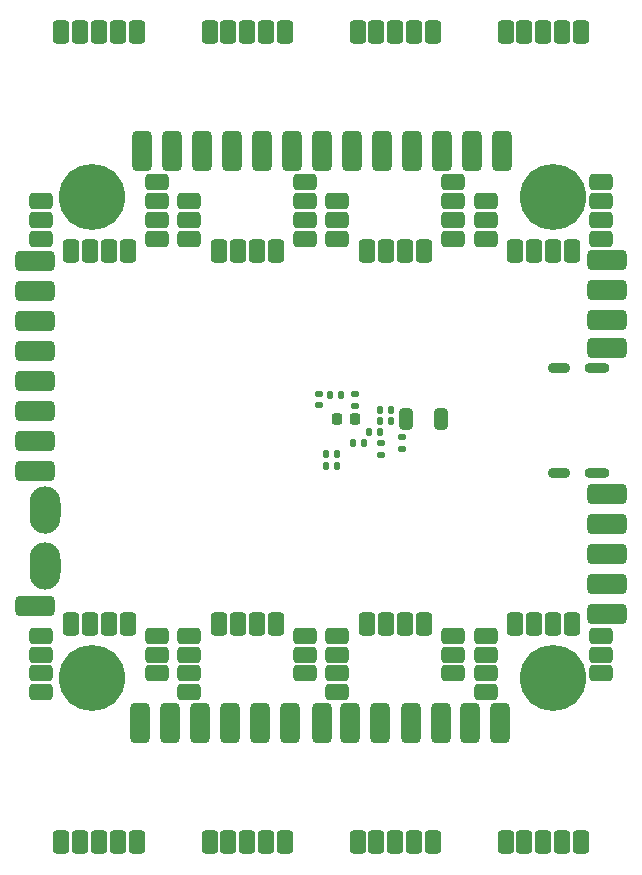
<source format=gbr>
%TF.GenerationSoftware,KiCad,Pcbnew,7.0.8*%
%TF.CreationDate,2024-02-20T09:26:03+00:00*%
%TF.ProjectId,CuttleBoard_8Layers,43757474-6c65-4426-9f61-72645f384c61,rev?*%
%TF.SameCoordinates,Original*%
%TF.FileFunction,Soldermask,Bot*%
%TF.FilePolarity,Negative*%
%FSLAX46Y46*%
G04 Gerber Fmt 4.6, Leading zero omitted, Abs format (unit mm)*
G04 Created by KiCad (PCBNEW 7.0.8) date 2024-02-20 09:26:03*
%MOMM*%
%LPD*%
G01*
G04 APERTURE LIST*
G04 Aperture macros list*
%AMRoundRect*
0 Rectangle with rounded corners*
0 $1 Rounding radius*
0 $2 $3 $4 $5 $6 $7 $8 $9 X,Y pos of 4 corners*
0 Add a 4 corners polygon primitive as box body*
4,1,4,$2,$3,$4,$5,$6,$7,$8,$9,$2,$3,0*
0 Add four circle primitives for the rounded corners*
1,1,$1+$1,$2,$3*
1,1,$1+$1,$4,$5*
1,1,$1+$1,$6,$7*
1,1,$1+$1,$8,$9*
0 Add four rect primitives between the rounded corners*
20,1,$1+$1,$2,$3,$4,$5,0*
20,1,$1+$1,$4,$5,$6,$7,0*
20,1,$1+$1,$6,$7,$8,$9,0*
20,1,$1+$1,$8,$9,$2,$3,0*%
G04 Aperture macros list end*
%ADD10RoundRect,0.140000X-0.170000X0.140000X-0.170000X-0.140000X0.170000X-0.140000X0.170000X0.140000X0*%
%ADD11RoundRect,0.425000X-0.425000X-1.275000X0.425000X-1.275000X0.425000X1.275000X-0.425000X1.275000X0*%
%ADD12RoundRect,0.425000X0.425000X1.275000X-0.425000X1.275000X-0.425000X-1.275000X0.425000X-1.275000X0*%
%ADD13C,5.600000*%
%ADD14RoundRect,0.425000X1.275000X-0.425000X1.275000X0.425000X-1.275000X0.425000X-1.275000X-0.425000X0*%
%ADD15RoundRect,0.425000X-1.275000X0.425000X-1.275000X-0.425000X1.275000X-0.425000X1.275000X0.425000X0*%
%ADD16C,0.500000*%
%ADD17O,2.600000X4.000000*%
%ADD18O,2.000000X3.000000*%
%ADD19O,2.108200X0.914400*%
%ADD20O,1.905000X0.914400*%
%ADD21RoundRect,0.350000X0.350000X-0.650000X0.350000X0.650000X-0.350000X0.650000X-0.350000X-0.650000X0*%
%ADD22RoundRect,0.350000X-0.650000X-0.350000X0.650000X-0.350000X0.650000X0.350000X-0.650000X0.350000X0*%
%ADD23RoundRect,0.350000X-0.350000X0.650000X-0.350000X-0.650000X0.350000X-0.650000X0.350000X0.650000X0*%
%ADD24RoundRect,0.140000X-0.140000X-0.170000X0.140000X-0.170000X0.140000X0.170000X-0.140000X0.170000X0*%
%ADD25RoundRect,0.350000X0.650000X0.350000X-0.650000X0.350000X-0.650000X-0.350000X0.650000X-0.350000X0*%
%ADD26RoundRect,0.218750X-0.218750X-0.256250X0.218750X-0.256250X0.218750X0.256250X-0.218750X0.256250X0*%
%ADD27RoundRect,0.140000X0.170000X-0.140000X0.170000X0.140000X-0.170000X0.140000X-0.170000X-0.140000X0*%
%ADD28RoundRect,0.140000X0.140000X0.170000X-0.140000X0.170000X-0.140000X-0.170000X0.140000X-0.170000X0*%
%ADD29RoundRect,0.250000X0.325000X0.650000X-0.325000X0.650000X-0.325000X-0.650000X0.325000X-0.650000X0*%
G04 APERTURE END LIST*
D10*
%TO.C,C33*%
X129320000Y-99960000D03*
X129320000Y-99000000D03*
%TD*%
D11*
%TO.C,5V*%
X135240000Y-74772600D03*
D12*
X135240000Y-74772800D03*
%TD*%
D13*
%TO.C,H4*%
X142100000Y-78700000D03*
%TD*%
D11*
%TO.C,GND*%
X127508000Y-123222100D03*
D12*
X127508000Y-123222300D03*
%TD*%
D14*
%TO.C,TP28*%
X98289800Y-101840000D03*
D15*
X98290000Y-101840000D03*
%TD*%
D14*
%TO.C,GND*%
X146699800Y-106380000D03*
D15*
X146700000Y-106380000D03*
%TD*%
D11*
%TO.C,12V*%
X107188000Y-123222100D03*
D12*
X107188000Y-123222300D03*
%TD*%
D11*
%TO.C,GND*%
X109728000Y-123222100D03*
D12*
X109728000Y-123222300D03*
%TD*%
D11*
%TO.C,TX*%
X124968000Y-123222100D03*
D12*
X124968000Y-123222300D03*
%TD*%
D11*
%TO.C,GND*%
X114808000Y-123222100D03*
D12*
X114808000Y-123222300D03*
%TD*%
D14*
%TO.C,5V*%
X146699800Y-103840000D03*
D15*
X146700000Y-103840000D03*
%TD*%
D11*
%TO.C,12V*%
X107300000Y-74765500D03*
D12*
X107300000Y-74765700D03*
%TD*%
D11*
%TO.C,SCL*%
X120000000Y-74778100D03*
D12*
X120000000Y-74778300D03*
%TD*%
D14*
%TO.C,CLK*%
X146702900Y-111460000D03*
D15*
X146703100Y-111460000D03*
%TD*%
D14*
%TO.C,GND*%
X98289800Y-86600000D03*
D15*
X98290000Y-86600000D03*
%TD*%
D11*
%TO.C,GND*%
X137780000Y-74782900D03*
D12*
X137780000Y-74783100D03*
%TD*%
D14*
%TO.C,IO*%
X146700000Y-114000000D03*
D15*
X146700200Y-114000000D03*
%TD*%
D14*
%TO.C,SCL*%
X98289800Y-96760000D03*
D15*
X98290000Y-96760000D03*
%TD*%
D16*
%TO.C,TP1*%
X99200000Y-111600000D03*
X99800000Y-111400000D03*
X98600000Y-111300000D03*
X98200000Y-110700000D03*
X98200000Y-110000000D03*
D17*
X99100000Y-109900000D03*
D18*
X99400000Y-109900000D03*
%TD*%
D11*
%TO.C,RX*%
X127620000Y-74772600D03*
D12*
X127620000Y-74772800D03*
%TD*%
D14*
%TO.C,SDA*%
X98289800Y-99300000D03*
D15*
X98290000Y-99300000D03*
%TD*%
D14*
%TO.C,RX*%
X98289800Y-89140000D03*
D15*
X98290000Y-89140000D03*
%TD*%
D11*
%TO.C,RX*%
X130050000Y-123220000D03*
D12*
X130050000Y-123220200D03*
%TD*%
D14*
%TO.C,NRST*%
X146699800Y-108920000D03*
D15*
X146700000Y-108920000D03*
%TD*%
D11*
%TO.C,GND*%
X132700000Y-74772600D03*
D12*
X132700000Y-74772800D03*
%TD*%
D19*
%TO.C,J1*%
X145847200Y-93150000D03*
X145847200Y-102050000D03*
D20*
X142647199Y-93150000D03*
X142647199Y-102050000D03*
%TD*%
D14*
%TO.C,SDA*%
X146706000Y-86495000D03*
D15*
X146706200Y-86495000D03*
%TD*%
D11*
%TO.C,5V*%
X137668000Y-123216400D03*
D12*
X137668000Y-123216600D03*
%TD*%
D13*
%TO.C,H3*%
X103100000Y-78700000D03*
%TD*%
D16*
%TO.C,TP2*%
X99200000Y-106900000D03*
X99800000Y-106700000D03*
X98600000Y-106600000D03*
X98200000Y-106000000D03*
X98200000Y-105300000D03*
D17*
X99100000Y-105200000D03*
D18*
X99400000Y-105200000D03*
%TD*%
D11*
%TO.C,GND*%
X119888000Y-123222100D03*
D12*
X119888000Y-123222300D03*
%TD*%
D14*
%TO.C,TP29*%
X98289800Y-94220000D03*
D15*
X98290000Y-94220000D03*
%TD*%
D11*
%TO.C,RX*%
X122521800Y-123222100D03*
D12*
X122521800Y-123222300D03*
%TD*%
D14*
%TO.C,TX*%
X98289800Y-91680000D03*
D15*
X98290000Y-91680000D03*
%TD*%
D11*
%TO.C,3.3V*%
X117348000Y-123222100D03*
D12*
X117348000Y-123222300D03*
%TD*%
D11*
%TO.C,GND*%
X125080000Y-74779300D03*
D12*
X125080000Y-74779500D03*
%TD*%
D13*
%TO.C,H2*%
X103100000Y-119400000D03*
%TD*%
D14*
%TO.C,SCL*%
X146706000Y-89035000D03*
D15*
X146706200Y-89035000D03*
%TD*%
%TO.C,GND*%
X146710200Y-91440000D03*
D14*
X146710000Y-91440000D03*
%TD*%
D11*
%TO.C,GND*%
X117460000Y-74771400D03*
D12*
X117460000Y-74771600D03*
%TD*%
D11*
%TO.C,SDA*%
X122540000Y-74778100D03*
D12*
X122540000Y-74778300D03*
%TD*%
D11*
%TO.C,3.3V*%
X112380000Y-74765500D03*
D12*
X112380000Y-74765700D03*
%TD*%
D11*
%TO.C,3.3V*%
X114920000Y-74765500D03*
D12*
X114920000Y-74765700D03*
%TD*%
D14*
%TO.C,3.3V*%
X98289800Y-84060000D03*
D15*
X98290000Y-84060000D03*
%TD*%
D11*
%TO.C,TX*%
X132590000Y-123220000D03*
D12*
X132590000Y-123220200D03*
%TD*%
D14*
%TO.C,GND*%
X98289800Y-113300000D03*
D15*
X98290000Y-113300000D03*
%TD*%
D14*
%TO.C,GND*%
X146702900Y-83960000D03*
D15*
X146703100Y-83960000D03*
%TD*%
D11*
%TO.C,3.3V*%
X112268000Y-123222100D03*
D12*
X112268000Y-123222300D03*
%TD*%
D11*
%TO.C,GND*%
X135128000Y-123216400D03*
D12*
X135128000Y-123216600D03*
%TD*%
D13*
%TO.C,H1*%
X142100000Y-119400000D03*
%TD*%
D11*
%TO.C,TX*%
X130160000Y-74766700D03*
D12*
X130160000Y-74766900D03*
%TD*%
D11*
%TO.C,GND*%
X109840000Y-74765500D03*
D12*
X109840000Y-74765700D03*
%TD*%
D21*
%TO.C,U12*%
X118633333Y-114800000D03*
X117033333Y-114800000D03*
X115433333Y-114800000D03*
X113833333Y-114800000D03*
D22*
X111333333Y-115800000D03*
X111333333Y-117400000D03*
X111333333Y-119000000D03*
X111333333Y-120600000D03*
D23*
X113033333Y-133300000D03*
X114633333Y-133300000D03*
X116233333Y-133300000D03*
X117833333Y-133300000D03*
X119433333Y-133300000D03*
D22*
X121133333Y-119000000D03*
X121133333Y-117400000D03*
X121133333Y-115800000D03*
%TD*%
D10*
%TO.C,C22*%
X127570000Y-100480000D03*
X127570000Y-99520000D03*
%TD*%
D24*
%TO.C,C21*%
X127460000Y-96720000D03*
X128420000Y-96720000D03*
%TD*%
%TO.C,C31*%
X122870000Y-101450000D03*
X123830000Y-101450000D03*
%TD*%
D23*
%TO.C,U8*%
X113833333Y-83200000D03*
X115433333Y-83200000D03*
X117033333Y-83200000D03*
X118633333Y-83200000D03*
D25*
X121133333Y-82200000D03*
X121133333Y-80600000D03*
X121133333Y-79000000D03*
X121133333Y-77400000D03*
D21*
X119433333Y-64700000D03*
X117833333Y-64700000D03*
X116233333Y-64700000D03*
X114633333Y-64700000D03*
X113033333Y-64700000D03*
D25*
X111333333Y-79000000D03*
X111333333Y-80600000D03*
X111333333Y-82200000D03*
%TD*%
D24*
%TO.C,C35*%
X126510000Y-98530000D03*
X127470000Y-98530000D03*
%TD*%
D21*
%TO.C,U13*%
X106100000Y-114800000D03*
X104500000Y-114800000D03*
X102900000Y-114800000D03*
X101300000Y-114800000D03*
D22*
X98800000Y-115800000D03*
X98800000Y-117400000D03*
X98800000Y-119000000D03*
X98800000Y-120600000D03*
D23*
X100500000Y-133300000D03*
X102100000Y-133300000D03*
X103700000Y-133300000D03*
X105300000Y-133300000D03*
X106900000Y-133300000D03*
D22*
X108600000Y-119000000D03*
X108600000Y-117400000D03*
X108600000Y-115800000D03*
%TD*%
D21*
%TO.C,U11*%
X131166666Y-114800000D03*
X129566666Y-114800000D03*
X127966666Y-114800000D03*
X126366666Y-114800000D03*
D22*
X123866666Y-115800000D03*
X123866666Y-117400000D03*
X123866666Y-119000000D03*
X123866666Y-120600000D03*
D23*
X125566666Y-133300000D03*
X127166666Y-133300000D03*
X128766666Y-133300000D03*
X130366666Y-133300000D03*
X131966666Y-133300000D03*
D22*
X133666666Y-119000000D03*
X133666666Y-117400000D03*
X133666666Y-115800000D03*
%TD*%
D26*
%TO.C,L3*%
X125387500Y-97490000D03*
X123812500Y-97490000D03*
%TD*%
D27*
%TO.C,C23*%
X125314200Y-96330000D03*
X125314200Y-95370000D03*
%TD*%
D24*
%TO.C,C36*%
X122870000Y-100450000D03*
X123830000Y-100450000D03*
%TD*%
%TO.C,C37*%
X127430000Y-97590000D03*
X128390000Y-97590000D03*
%TD*%
D23*
%TO.C,U5*%
X138900000Y-83200000D03*
X140500000Y-83200000D03*
X142100000Y-83200000D03*
X143700000Y-83200000D03*
D25*
X146200000Y-82200000D03*
X146200000Y-80600000D03*
X146200000Y-79000000D03*
X146200000Y-77400000D03*
D21*
X144500000Y-64700000D03*
X142900000Y-64700000D03*
X141300000Y-64700000D03*
X139700000Y-64700000D03*
X138100000Y-64700000D03*
D25*
X136400000Y-79000000D03*
X136400000Y-80600000D03*
X136400000Y-82200000D03*
%TD*%
D28*
%TO.C,C32*%
X126100000Y-99450000D03*
X125140000Y-99450000D03*
%TD*%
D27*
%TO.C,C34*%
X122300000Y-96310000D03*
X122300000Y-95350000D03*
%TD*%
D29*
%TO.C,C48*%
X132625000Y-97420000D03*
X129675000Y-97420000D03*
%TD*%
D23*
%TO.C,U6*%
X126366666Y-83200000D03*
X127966666Y-83200000D03*
X129566666Y-83200000D03*
X131166666Y-83200000D03*
D25*
X133666666Y-82200000D03*
X133666666Y-80600000D03*
X133666666Y-79000000D03*
X133666666Y-77400000D03*
D21*
X131966666Y-64700000D03*
X130366666Y-64700000D03*
X128766666Y-64700000D03*
X127166666Y-64700000D03*
X125566666Y-64700000D03*
D25*
X123866666Y-79000000D03*
X123866666Y-80600000D03*
X123866666Y-82200000D03*
%TD*%
D21*
%TO.C,U10*%
X143700000Y-114800000D03*
X142100000Y-114800000D03*
X140500000Y-114800000D03*
X138900000Y-114800000D03*
D22*
X136400000Y-115800000D03*
X136400000Y-117400000D03*
X136400000Y-119000000D03*
X136400000Y-120600000D03*
D23*
X138100000Y-133300000D03*
X139700000Y-133300000D03*
X141300000Y-133300000D03*
X142900000Y-133300000D03*
X144500000Y-133300000D03*
D22*
X146200000Y-119000000D03*
X146200000Y-117400000D03*
X146200000Y-115800000D03*
%TD*%
D24*
%TO.C,C38*%
X123220000Y-95410000D03*
X124180000Y-95410000D03*
%TD*%
D23*
%TO.C,U9*%
X101300000Y-83200000D03*
X102900000Y-83200000D03*
X104500000Y-83200000D03*
X106100000Y-83200000D03*
D25*
X108600000Y-82200000D03*
X108600000Y-80600000D03*
X108600000Y-79000000D03*
X108600000Y-77400000D03*
D21*
X106900000Y-64700000D03*
X105300000Y-64700000D03*
X103700000Y-64700000D03*
X102100000Y-64700000D03*
X100500000Y-64700000D03*
D25*
X98800000Y-79000000D03*
X98800000Y-80600000D03*
X98800000Y-82200000D03*
%TD*%
M02*

</source>
